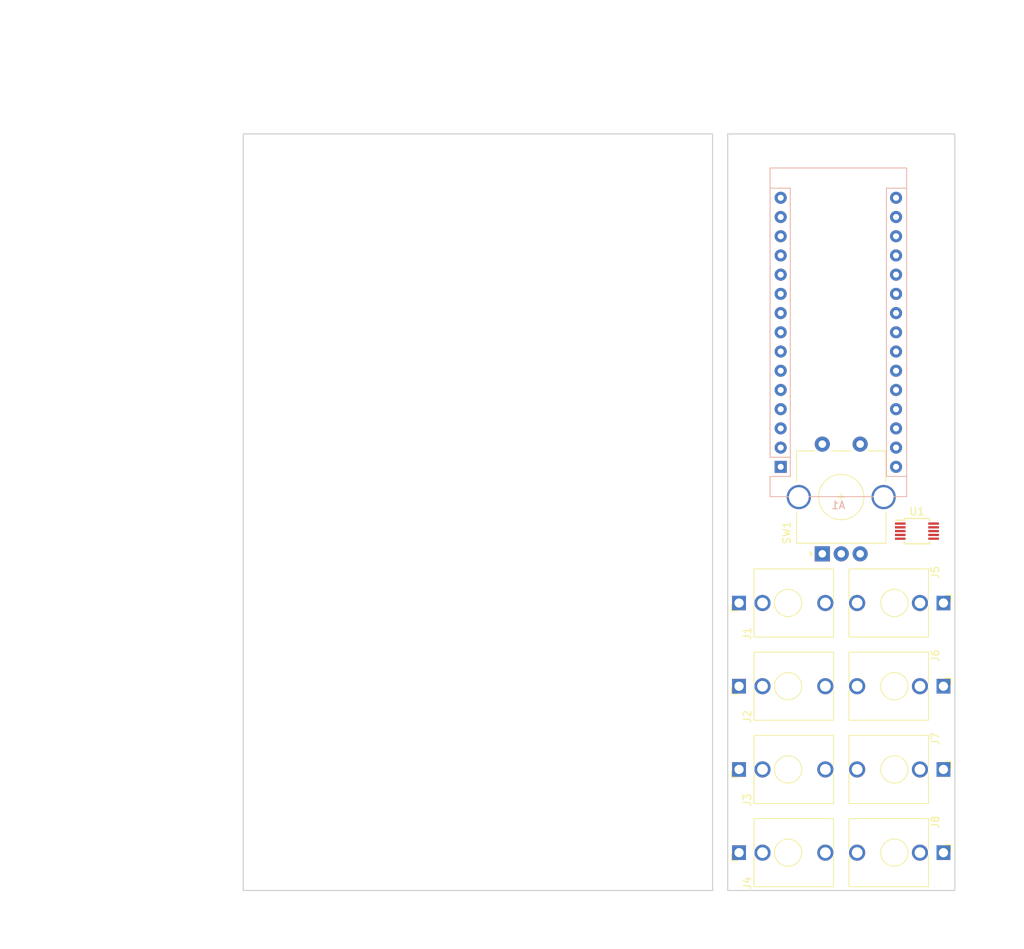
<source format=kicad_pcb>
(kicad_pcb (version 20171130) (host pcbnew 5.1.2)

  (general
    (thickness 1.6)
    (drawings 37)
    (tracks 0)
    (zones 0)
    (modules 11)
    (nets 70)
  )

  (page A4)
  (layers
    (0 F.Cu signal)
    (31 B.Cu signal)
    (32 B.Adhes user)
    (33 F.Adhes user)
    (34 B.Paste user)
    (35 F.Paste user)
    (36 B.SilkS user)
    (37 F.SilkS user)
    (38 B.Mask user)
    (39 F.Mask user)
    (40 Dwgs.User user)
    (41 Cmts.User user)
    (42 Eco1.User user)
    (43 Eco2.User user)
    (44 Edge.Cuts user)
    (45 Margin user)
    (46 B.CrtYd user)
    (47 F.CrtYd user)
    (48 B.Fab user)
    (49 F.Fab user)
  )

  (setup
    (last_trace_width 0.25)
    (trace_clearance 0.2)
    (zone_clearance 0.508)
    (zone_45_only no)
    (trace_min 0.2)
    (via_size 0.8)
    (via_drill 0.4)
    (via_min_size 0.4)
    (via_min_drill 0.3)
    (uvia_size 0.3)
    (uvia_drill 0.1)
    (uvias_allowed no)
    (uvia_min_size 0.2)
    (uvia_min_drill 0.1)
    (edge_width 0.15)
    (segment_width 0.2)
    (pcb_text_width 0.3)
    (pcb_text_size 1.5 1.5)
    (mod_edge_width 0.15)
    (mod_text_size 1 1)
    (mod_text_width 0.15)
    (pad_size 1.524 1.524)
    (pad_drill 0.762)
    (pad_to_mask_clearance 0.051)
    (solder_mask_min_width 0.25)
    (aux_axis_origin 0 0)
    (visible_elements FFFFFF7F)
    (pcbplotparams
      (layerselection 0x010fc_ffffffff)
      (usegerberextensions false)
      (usegerberattributes false)
      (usegerberadvancedattributes false)
      (creategerberjobfile false)
      (excludeedgelayer true)
      (linewidth 0.100000)
      (plotframeref false)
      (viasonmask false)
      (mode 1)
      (useauxorigin false)
      (hpglpennumber 1)
      (hpglpenspeed 20)
      (hpglpendiameter 15.000000)
      (psnegative false)
      (psa4output false)
      (plotreference true)
      (plotvalue true)
      (plotinvisibletext false)
      (padsonsilk false)
      (subtractmaskfromsilk false)
      (outputformat 1)
      (mirror false)
      (drillshape 1)
      (scaleselection 1)
      (outputdirectory ""))
  )

  (net 0 "")
  (net 1 "Net-(SW1-PadS1)")
  (net 2 "Net-(SW1-PadS2)")
  (net 3 "Net-(SW1-PadB)")
  (net 4 "Net-(SW1-PadC)")
  (net 5 "Net-(SW1-PadA)")
  (net 6 "Net-(J1-PadTN)")
  (net 7 "Net-(J1-PadS)")
  (net 8 "Net-(J1-PadT)")
  (net 9 "Net-(J2-PadT)")
  (net 10 "Net-(J2-PadS)")
  (net 11 "Net-(J2-PadTN)")
  (net 12 "Net-(J3-PadTN)")
  (net 13 "Net-(J3-PadS)")
  (net 14 "Net-(J3-PadT)")
  (net 15 "Net-(J4-PadT)")
  (net 16 "Net-(J4-PadS)")
  (net 17 "Net-(J4-PadTN)")
  (net 18 "Net-(J5-PadTN)")
  (net 19 "Net-(J5-PadS)")
  (net 20 "Net-(J5-PadT)")
  (net 21 "Net-(J6-PadT)")
  (net 22 "Net-(J6-PadS)")
  (net 23 "Net-(J6-PadTN)")
  (net 24 "Net-(J7-PadTN)")
  (net 25 "Net-(J7-PadS)")
  (net 26 "Net-(J7-PadT)")
  (net 27 "Net-(J8-PadT)")
  (net 28 "Net-(J8-PadS)")
  (net 29 "Net-(J8-PadTN)")
  (net 30 "Net-(A1-Pad1)")
  (net 31 "Net-(A1-Pad17)")
  (net 32 "Net-(A1-Pad2)")
  (net 33 "Net-(A1-Pad18)")
  (net 34 "Net-(A1-Pad3)")
  (net 35 "Net-(A1-Pad19)")
  (net 36 "Net-(A1-Pad4)")
  (net 37 "Net-(A1-Pad20)")
  (net 38 "Net-(A1-Pad5)")
  (net 39 "Net-(A1-Pad21)")
  (net 40 "Net-(A1-Pad6)")
  (net 41 "Net-(A1-Pad22)")
  (net 42 "Net-(A1-Pad7)")
  (net 43 "Net-(A1-Pad23)")
  (net 44 "Net-(A1-Pad8)")
  (net 45 "Net-(A1-Pad24)")
  (net 46 "Net-(A1-Pad9)")
  (net 47 "Net-(A1-Pad25)")
  (net 48 "Net-(A1-Pad10)")
  (net 49 "Net-(A1-Pad26)")
  (net 50 "Net-(A1-Pad11)")
  (net 51 "Net-(A1-Pad27)")
  (net 52 "Net-(A1-Pad12)")
  (net 53 "Net-(A1-Pad28)")
  (net 54 "Net-(A1-Pad13)")
  (net 55 "Net-(A1-Pad29)")
  (net 56 "Net-(A1-Pad14)")
  (net 57 "Net-(A1-Pad30)")
  (net 58 "Net-(A1-Pad15)")
  (net 59 "Net-(A1-Pad16)")
  (net 60 "Net-(U1-Pad1)")
  (net 61 "Net-(U1-Pad2)")
  (net 62 "Net-(U1-Pad3)")
  (net 63 "Net-(U1-Pad4)")
  (net 64 "Net-(U1-Pad5)")
  (net 65 "Net-(U1-Pad6)")
  (net 66 "Net-(U1-Pad7)")
  (net 67 "Net-(U1-Pad8)")
  (net 68 "Net-(U1-Pad9)")
  (net 69 "Net-(U1-Pad10)")

  (net_class Default "Dies ist die voreingestellte Netzklasse."
    (clearance 0.2)
    (trace_width 0.25)
    (via_dia 0.8)
    (via_drill 0.4)
    (uvia_dia 0.3)
    (uvia_drill 0.1)
    (add_net "Net-(A1-Pad1)")
    (add_net "Net-(A1-Pad10)")
    (add_net "Net-(A1-Pad11)")
    (add_net "Net-(A1-Pad12)")
    (add_net "Net-(A1-Pad13)")
    (add_net "Net-(A1-Pad14)")
    (add_net "Net-(A1-Pad15)")
    (add_net "Net-(A1-Pad16)")
    (add_net "Net-(A1-Pad17)")
    (add_net "Net-(A1-Pad18)")
    (add_net "Net-(A1-Pad19)")
    (add_net "Net-(A1-Pad2)")
    (add_net "Net-(A1-Pad20)")
    (add_net "Net-(A1-Pad21)")
    (add_net "Net-(A1-Pad22)")
    (add_net "Net-(A1-Pad23)")
    (add_net "Net-(A1-Pad24)")
    (add_net "Net-(A1-Pad25)")
    (add_net "Net-(A1-Pad26)")
    (add_net "Net-(A1-Pad27)")
    (add_net "Net-(A1-Pad28)")
    (add_net "Net-(A1-Pad29)")
    (add_net "Net-(A1-Pad3)")
    (add_net "Net-(A1-Pad30)")
    (add_net "Net-(A1-Pad4)")
    (add_net "Net-(A1-Pad5)")
    (add_net "Net-(A1-Pad6)")
    (add_net "Net-(A1-Pad7)")
    (add_net "Net-(A1-Pad8)")
    (add_net "Net-(A1-Pad9)")
    (add_net "Net-(J1-PadS)")
    (add_net "Net-(J1-PadT)")
    (add_net "Net-(J1-PadTN)")
    (add_net "Net-(J2-PadS)")
    (add_net "Net-(J2-PadT)")
    (add_net "Net-(J2-PadTN)")
    (add_net "Net-(J3-PadS)")
    (add_net "Net-(J3-PadT)")
    (add_net "Net-(J3-PadTN)")
    (add_net "Net-(J4-PadS)")
    (add_net "Net-(J4-PadT)")
    (add_net "Net-(J4-PadTN)")
    (add_net "Net-(J5-PadS)")
    (add_net "Net-(J5-PadT)")
    (add_net "Net-(J5-PadTN)")
    (add_net "Net-(J6-PadS)")
    (add_net "Net-(J6-PadT)")
    (add_net "Net-(J6-PadTN)")
    (add_net "Net-(J7-PadS)")
    (add_net "Net-(J7-PadT)")
    (add_net "Net-(J7-PadTN)")
    (add_net "Net-(J8-PadS)")
    (add_net "Net-(J8-PadT)")
    (add_net "Net-(J8-PadTN)")
    (add_net "Net-(SW1-PadA)")
    (add_net "Net-(SW1-PadB)")
    (add_net "Net-(SW1-PadC)")
    (add_net "Net-(SW1-PadS1)")
    (add_net "Net-(SW1-PadS2)")
    (add_net "Net-(U1-Pad1)")
    (add_net "Net-(U1-Pad10)")
    (add_net "Net-(U1-Pad2)")
    (add_net "Net-(U1-Pad3)")
    (add_net "Net-(U1-Pad4)")
    (add_net "Net-(U1-Pad5)")
    (add_net "Net-(U1-Pad6)")
    (add_net "Net-(U1-Pad7)")
    (add_net "Net-(U1-Pad8)")
    (add_net "Net-(U1-Pad9)")
  )

  (module Package_SO:MSOP-10_3x3mm_P0.5mm (layer F.Cu) (tedit 5A02F25C) (tstamp 5CEEE702)
    (at 178 81)
    (descr "10-Lead Plastic Micro Small Outline Package (MS) [MSOP] (see Microchip Packaging Specification 00000049BS.pdf)")
    (tags "SSOP 0.5")
    (path /5CCC9AB8)
    (attr smd)
    (fp_text reference U1 (at 0 -2.6) (layer F.SilkS)
      (effects (font (size 1 1) (thickness 0.15)))
    )
    (fp_text value MCP4728 (at 0 2.6) (layer F.Fab)
      (effects (font (size 1 1) (thickness 0.15)))
    )
    (fp_line (start -0.5 -1.5) (end 1.5 -1.5) (layer F.Fab) (width 0.15))
    (fp_line (start 1.5 -1.5) (end 1.5 1.5) (layer F.Fab) (width 0.15))
    (fp_line (start 1.5 1.5) (end -1.5 1.5) (layer F.Fab) (width 0.15))
    (fp_line (start -1.5 1.5) (end -1.5 -0.5) (layer F.Fab) (width 0.15))
    (fp_line (start -1.5 -0.5) (end -0.5 -1.5) (layer F.Fab) (width 0.15))
    (fp_line (start -3.15 -1.85) (end -3.15 1.85) (layer F.CrtYd) (width 0.05))
    (fp_line (start 3.15 -1.85) (end 3.15 1.85) (layer F.CrtYd) (width 0.05))
    (fp_line (start -3.15 -1.85) (end 3.15 -1.85) (layer F.CrtYd) (width 0.05))
    (fp_line (start -3.15 1.85) (end 3.15 1.85) (layer F.CrtYd) (width 0.05))
    (fp_line (start -1.675 -1.675) (end -1.675 -1.45) (layer F.SilkS) (width 0.15))
    (fp_line (start 1.675 -1.675) (end 1.675 -1.375) (layer F.SilkS) (width 0.15))
    (fp_line (start 1.675 1.675) (end 1.675 1.375) (layer F.SilkS) (width 0.15))
    (fp_line (start -1.675 1.675) (end -1.675 1.375) (layer F.SilkS) (width 0.15))
    (fp_line (start -1.675 -1.675) (end 1.675 -1.675) (layer F.SilkS) (width 0.15))
    (fp_line (start -1.675 1.675) (end 1.675 1.675) (layer F.SilkS) (width 0.15))
    (fp_line (start -1.675 -1.45) (end -2.9 -1.45) (layer F.SilkS) (width 0.15))
    (fp_text user %R (at 0 0) (layer F.Fab)
      (effects (font (size 0.6 0.6) (thickness 0.15)))
    )
    (pad 1 smd rect (at -2.2 -1) (size 1.4 0.3) (layers F.Cu F.Paste F.Mask)
      (net 60 "Net-(U1-Pad1)"))
    (pad 2 smd rect (at -2.2 -0.5) (size 1.4 0.3) (layers F.Cu F.Paste F.Mask)
      (net 61 "Net-(U1-Pad2)"))
    (pad 3 smd rect (at -2.2 0) (size 1.4 0.3) (layers F.Cu F.Paste F.Mask)
      (net 62 "Net-(U1-Pad3)"))
    (pad 4 smd rect (at -2.2 0.5) (size 1.4 0.3) (layers F.Cu F.Paste F.Mask)
      (net 63 "Net-(U1-Pad4)"))
    (pad 5 smd rect (at -2.2 1) (size 1.4 0.3) (layers F.Cu F.Paste F.Mask)
      (net 64 "Net-(U1-Pad5)"))
    (pad 6 smd rect (at 2.2 1) (size 1.4 0.3) (layers F.Cu F.Paste F.Mask)
      (net 65 "Net-(U1-Pad6)"))
    (pad 7 smd rect (at 2.2 0.5) (size 1.4 0.3) (layers F.Cu F.Paste F.Mask)
      (net 66 "Net-(U1-Pad7)"))
    (pad 8 smd rect (at 2.2 0) (size 1.4 0.3) (layers F.Cu F.Paste F.Mask)
      (net 67 "Net-(U1-Pad8)"))
    (pad 9 smd rect (at 2.2 -0.5) (size 1.4 0.3) (layers F.Cu F.Paste F.Mask)
      (net 68 "Net-(U1-Pad9)"))
    (pad 10 smd rect (at 2.2 -1) (size 1.4 0.3) (layers F.Cu F.Paste F.Mask)
      (net 69 "Net-(U1-Pad10)"))
    (model ${KISYS3DMOD}/Package_SO.3dshapes/MSOP-10_3x3mm_P0.5mm.wrl
      (at (xyz 0 0 0))
      (scale (xyz 1 1 1))
      (rotate (xyz 0 0 0))
    )
  )

  (module Module:Arduino_Nano (layer B.Cu) (tedit 58ACAF70) (tstamp 5CEEDE77)
    (at 160 72.5)
    (descr "Arduino Nano, http://www.mouser.com/pdfdocs/Gravitech_Arduino_Nano3_0.pdf")
    (tags "Arduino Nano")
    (path /5CCC997D)
    (fp_text reference A1 (at 7.62 5.08) (layer B.SilkS)
      (effects (font (size 1 1) (thickness 0.15)) (justify mirror))
    )
    (fp_text value Arduino_Nano_v3.x (at 8.89 -19.05 90) (layer B.Fab)
      (effects (font (size 1 1) (thickness 0.15)) (justify mirror))
    )
    (fp_text user %R (at 6.35 -19.05 90) (layer B.Fab)
      (effects (font (size 1 1) (thickness 0.15)) (justify mirror))
    )
    (fp_line (start 1.27 -1.27) (end 1.27 1.27) (layer B.SilkS) (width 0.12))
    (fp_line (start 1.27 1.27) (end -1.4 1.27) (layer B.SilkS) (width 0.12))
    (fp_line (start -1.4 -1.27) (end -1.4 -39.5) (layer B.SilkS) (width 0.12))
    (fp_line (start -1.4 3.94) (end -1.4 1.27) (layer B.SilkS) (width 0.12))
    (fp_line (start 13.97 1.27) (end 16.64 1.27) (layer B.SilkS) (width 0.12))
    (fp_line (start 13.97 1.27) (end 13.97 -36.83) (layer B.SilkS) (width 0.12))
    (fp_line (start 13.97 -36.83) (end 16.64 -36.83) (layer B.SilkS) (width 0.12))
    (fp_line (start 1.27 -1.27) (end -1.4 -1.27) (layer B.SilkS) (width 0.12))
    (fp_line (start 1.27 -1.27) (end 1.27 -36.83) (layer B.SilkS) (width 0.12))
    (fp_line (start 1.27 -36.83) (end -1.4 -36.83) (layer B.SilkS) (width 0.12))
    (fp_line (start 3.81 -31.75) (end 11.43 -31.75) (layer B.Fab) (width 0.1))
    (fp_line (start 11.43 -31.75) (end 11.43 -41.91) (layer B.Fab) (width 0.1))
    (fp_line (start 11.43 -41.91) (end 3.81 -41.91) (layer B.Fab) (width 0.1))
    (fp_line (start 3.81 -41.91) (end 3.81 -31.75) (layer B.Fab) (width 0.1))
    (fp_line (start -1.4 -39.5) (end 16.64 -39.5) (layer B.SilkS) (width 0.12))
    (fp_line (start 16.64 -39.5) (end 16.64 3.94) (layer B.SilkS) (width 0.12))
    (fp_line (start 16.64 3.94) (end -1.4 3.94) (layer B.SilkS) (width 0.12))
    (fp_line (start 16.51 -39.37) (end -1.27 -39.37) (layer B.Fab) (width 0.1))
    (fp_line (start -1.27 -39.37) (end -1.27 2.54) (layer B.Fab) (width 0.1))
    (fp_line (start -1.27 2.54) (end 0 3.81) (layer B.Fab) (width 0.1))
    (fp_line (start 0 3.81) (end 16.51 3.81) (layer B.Fab) (width 0.1))
    (fp_line (start 16.51 3.81) (end 16.51 -39.37) (layer B.Fab) (width 0.1))
    (fp_line (start -1.53 4.06) (end 16.75 4.06) (layer B.CrtYd) (width 0.05))
    (fp_line (start -1.53 4.06) (end -1.53 -42.16) (layer B.CrtYd) (width 0.05))
    (fp_line (start 16.75 -42.16) (end 16.75 4.06) (layer B.CrtYd) (width 0.05))
    (fp_line (start 16.75 -42.16) (end -1.53 -42.16) (layer B.CrtYd) (width 0.05))
    (pad 1 thru_hole rect (at 0 0) (size 1.6 1.6) (drill 0.8) (layers *.Cu *.Mask)
      (net 30 "Net-(A1-Pad1)"))
    (pad 17 thru_hole oval (at 15.24 -33.02) (size 1.6 1.6) (drill 0.8) (layers *.Cu *.Mask)
      (net 31 "Net-(A1-Pad17)"))
    (pad 2 thru_hole oval (at 0 -2.54) (size 1.6 1.6) (drill 0.8) (layers *.Cu *.Mask)
      (net 32 "Net-(A1-Pad2)"))
    (pad 18 thru_hole oval (at 15.24 -30.48) (size 1.6 1.6) (drill 0.8) (layers *.Cu *.Mask)
      (net 33 "Net-(A1-Pad18)"))
    (pad 3 thru_hole oval (at 0 -5.08) (size 1.6 1.6) (drill 0.8) (layers *.Cu *.Mask)
      (net 34 "Net-(A1-Pad3)"))
    (pad 19 thru_hole oval (at 15.24 -27.94) (size 1.6 1.6) (drill 0.8) (layers *.Cu *.Mask)
      (net 35 "Net-(A1-Pad19)"))
    (pad 4 thru_hole oval (at 0 -7.62) (size 1.6 1.6) (drill 0.8) (layers *.Cu *.Mask)
      (net 36 "Net-(A1-Pad4)"))
    (pad 20 thru_hole oval (at 15.24 -25.4) (size 1.6 1.6) (drill 0.8) (layers *.Cu *.Mask)
      (net 37 "Net-(A1-Pad20)"))
    (pad 5 thru_hole oval (at 0 -10.16) (size 1.6 1.6) (drill 0.8) (layers *.Cu *.Mask)
      (net 38 "Net-(A1-Pad5)"))
    (pad 21 thru_hole oval (at 15.24 -22.86) (size 1.6 1.6) (drill 0.8) (layers *.Cu *.Mask)
      (net 39 "Net-(A1-Pad21)"))
    (pad 6 thru_hole oval (at 0 -12.7) (size 1.6 1.6) (drill 0.8) (layers *.Cu *.Mask)
      (net 40 "Net-(A1-Pad6)"))
    (pad 22 thru_hole oval (at 15.24 -20.32) (size 1.6 1.6) (drill 0.8) (layers *.Cu *.Mask)
      (net 41 "Net-(A1-Pad22)"))
    (pad 7 thru_hole oval (at 0 -15.24) (size 1.6 1.6) (drill 0.8) (layers *.Cu *.Mask)
      (net 42 "Net-(A1-Pad7)"))
    (pad 23 thru_hole oval (at 15.24 -17.78) (size 1.6 1.6) (drill 0.8) (layers *.Cu *.Mask)
      (net 43 "Net-(A1-Pad23)"))
    (pad 8 thru_hole oval (at 0 -17.78) (size 1.6 1.6) (drill 0.8) (layers *.Cu *.Mask)
      (net 44 "Net-(A1-Pad8)"))
    (pad 24 thru_hole oval (at 15.24 -15.24) (size 1.6 1.6) (drill 0.8) (layers *.Cu *.Mask)
      (net 45 "Net-(A1-Pad24)"))
    (pad 9 thru_hole oval (at 0 -20.32) (size 1.6 1.6) (drill 0.8) (layers *.Cu *.Mask)
      (net 46 "Net-(A1-Pad9)"))
    (pad 25 thru_hole oval (at 15.24 -12.7) (size 1.6 1.6) (drill 0.8) (layers *.Cu *.Mask)
      (net 47 "Net-(A1-Pad25)"))
    (pad 10 thru_hole oval (at 0 -22.86) (size 1.6 1.6) (drill 0.8) (layers *.Cu *.Mask)
      (net 48 "Net-(A1-Pad10)"))
    (pad 26 thru_hole oval (at 15.24 -10.16) (size 1.6 1.6) (drill 0.8) (layers *.Cu *.Mask)
      (net 49 "Net-(A1-Pad26)"))
    (pad 11 thru_hole oval (at 0 -25.4) (size 1.6 1.6) (drill 0.8) (layers *.Cu *.Mask)
      (net 50 "Net-(A1-Pad11)"))
    (pad 27 thru_hole oval (at 15.24 -7.62) (size 1.6 1.6) (drill 0.8) (layers *.Cu *.Mask)
      (net 51 "Net-(A1-Pad27)"))
    (pad 12 thru_hole oval (at 0 -27.94) (size 1.6 1.6) (drill 0.8) (layers *.Cu *.Mask)
      (net 52 "Net-(A1-Pad12)"))
    (pad 28 thru_hole oval (at 15.24 -5.08) (size 1.6 1.6) (drill 0.8) (layers *.Cu *.Mask)
      (net 53 "Net-(A1-Pad28)"))
    (pad 13 thru_hole oval (at 0 -30.48) (size 1.6 1.6) (drill 0.8) (layers *.Cu *.Mask)
      (net 54 "Net-(A1-Pad13)"))
    (pad 29 thru_hole oval (at 15.24 -2.54) (size 1.6 1.6) (drill 0.8) (layers *.Cu *.Mask)
      (net 55 "Net-(A1-Pad29)"))
    (pad 14 thru_hole oval (at 0 -33.02) (size 1.6 1.6) (drill 0.8) (layers *.Cu *.Mask)
      (net 56 "Net-(A1-Pad14)"))
    (pad 30 thru_hole oval (at 15.24 0) (size 1.6 1.6) (drill 0.8) (layers *.Cu *.Mask)
      (net 57 "Net-(A1-Pad30)"))
    (pad 15 thru_hole oval (at 0 -35.56) (size 1.6 1.6) (drill 0.8) (layers *.Cu *.Mask)
      (net 58 "Net-(A1-Pad15)"))
    (pad 16 thru_hole oval (at 15.24 -35.56) (size 1.6 1.6) (drill 0.8) (layers *.Cu *.Mask)
      (net 59 "Net-(A1-Pad16)"))
    (model ${KISYS3DMOD}/Module.3dshapes/Arduino_Nano_WithMountingHoles.wrl
      (at (xyz 0 0 0))
      (scale (xyz 1 1 1))
      (rotate (xyz 0 0 0))
    )
  )

  (module Connector_Audio:Jack_3.5mm_QingPu_WQP-PJ398SM_Vertical_CircularHoles (layer F.Cu) (tedit 5C2B6BB2) (tstamp 5CE35C0F)
    (at 181.5 123.5 270)
    (descr "TRS 3.5mm, vertical, Thonkiconn, PCB mount, (http://www.qingpu-electronics.com/en/products/WQP-PJ398SM-362.html)")
    (tags "WQP-PJ398SM WQP-PJ301M-12 TRS 3.5mm mono vertical jack thonkiconn qingpu")
    (path /5CCC9676)
    (fp_text reference J8 (at -4.03 1.08 90) (layer F.SilkS)
      (effects (font (size 1 1) (thickness 0.15)))
    )
    (fp_text value out4 (at 0 5 90) (layer F.Fab)
      (effects (font (size 1 1) (thickness 0.15)))
    )
    (fp_line (start 0 0) (end 0 2.03) (layer F.Fab) (width 0.1))
    (fp_circle (center 0 6.48) (end 1.8 6.48) (layer F.Fab) (width 0.1))
    (fp_line (start 4.5 2.03) (end -4.5 2.03) (layer F.Fab) (width 0.1))
    (fp_line (start 5 -1.42) (end -5 -1.42) (layer F.CrtYd) (width 0.05))
    (fp_line (start 5 12.98) (end -5 12.98) (layer F.CrtYd) (width 0.05))
    (fp_line (start 5 12.98) (end 5 -1.42) (layer F.CrtYd) (width 0.05))
    (fp_line (start 4.5 12.48) (end -4.5 12.48) (layer F.Fab) (width 0.1))
    (fp_line (start 4.5 12.48) (end 4.5 2.08) (layer F.Fab) (width 0.1))
    (fp_line (start -1.06 -1) (end -0.2 -1) (layer F.SilkS) (width 0.12))
    (fp_line (start -1.06 -1) (end -1.06 -0.2) (layer F.SilkS) (width 0.12))
    (fp_circle (center 0 6.48) (end 1.8 6.48) (layer F.SilkS) (width 0.12))
    (fp_line (start -0.35 1.98) (end -4.5 1.98) (layer F.SilkS) (width 0.12))
    (fp_line (start 4.5 1.98) (end 0.35 1.98) (layer F.SilkS) (width 0.12))
    (fp_line (start -0.5 12.48) (end -4.5 12.48) (layer F.SilkS) (width 0.12))
    (fp_line (start 4.5 12.48) (end 0.5 12.48) (layer F.SilkS) (width 0.12))
    (fp_line (start -1.41 6.02) (end -0.46 5.07) (layer Dwgs.User) (width 0.12))
    (fp_line (start -1.42 6.875) (end 0.4 5.06) (layer Dwgs.User) (width 0.12))
    (fp_line (start -1.07 7.49) (end 1.01 5.41) (layer Dwgs.User) (width 0.12))
    (fp_line (start -0.58 7.83) (end 1.36 5.89) (layer Dwgs.User) (width 0.12))
    (fp_line (start 0.09 7.96) (end 1.48 6.57) (layer Dwgs.User) (width 0.12))
    (fp_circle (center 0 6.48) (end 1.5 6.48) (layer Dwgs.User) (width 0.12))
    (fp_line (start 4.5 1.98) (end 4.5 12.48) (layer F.SilkS) (width 0.12))
    (fp_line (start -4.5 1.98) (end -4.5 12.48) (layer F.SilkS) (width 0.12))
    (fp_text user %R (at 0 8 90) (layer F.Fab)
      (effects (font (size 1 1) (thickness 0.15)))
    )
    (fp_line (start -4.5 12.48) (end -4.5 2.08) (layer F.Fab) (width 0.1))
    (fp_line (start -5 12.98) (end -5 -1.42) (layer F.CrtYd) (width 0.05))
    (fp_text user KEEPOUT (at 0 6.48 270) (layer Cmts.User)
      (effects (font (size 0.4 0.4) (thickness 0.051)))
    )
    (pad T thru_hole circle (at 0 11.4 90) (size 2.13 2.13) (drill 1.43) (layers *.Cu *.Mask)
      (net 27 "Net-(J8-PadT)"))
    (pad S thru_hole rect (at 0 0 90) (size 1.93 1.83) (drill 1.22) (layers *.Cu *.Mask)
      (net 28 "Net-(J8-PadS)"))
    (pad TN thru_hole circle (at 0 3.1 90) (size 2.13 2.13) (drill 1.42) (layers *.Cu *.Mask)
      (net 29 "Net-(J8-PadTN)"))
    (model ${KISYS3DMOD}/Connector_Audio.3dshapes/Jack_3.5mm_QingPu_WQP-PJ398SM_Vertical.wrl
      (at (xyz 0 0 0))
      (scale (xyz 1 1 1))
      (rotate (xyz 0 0 0))
    )
  )

  (module Connector_Audio:Jack_3.5mm_QingPu_WQP-PJ398SM_Vertical_CircularHoles (layer F.Cu) (tedit 5C2B6BB2) (tstamp 5CE35BED)
    (at 181.5 112.5 270)
    (descr "TRS 3.5mm, vertical, Thonkiconn, PCB mount, (http://www.qingpu-electronics.com/en/products/WQP-PJ398SM-362.html)")
    (tags "WQP-PJ398SM WQP-PJ301M-12 TRS 3.5mm mono vertical jack thonkiconn qingpu")
    (path /5CCC960B)
    (fp_text reference J7 (at -4.03 1.08 90) (layer F.SilkS)
      (effects (font (size 1 1) (thickness 0.15)))
    )
    (fp_text value out3 (at 0 5 90) (layer F.Fab)
      (effects (font (size 1 1) (thickness 0.15)))
    )
    (fp_text user KEEPOUT (at 0 6.48 270) (layer Cmts.User)
      (effects (font (size 0.4 0.4) (thickness 0.051)))
    )
    (fp_line (start -5 12.98) (end -5 -1.42) (layer F.CrtYd) (width 0.05))
    (fp_line (start -4.5 12.48) (end -4.5 2.08) (layer F.Fab) (width 0.1))
    (fp_text user %R (at 0 8 90) (layer F.Fab)
      (effects (font (size 1 1) (thickness 0.15)))
    )
    (fp_line (start -4.5 1.98) (end -4.5 12.48) (layer F.SilkS) (width 0.12))
    (fp_line (start 4.5 1.98) (end 4.5 12.48) (layer F.SilkS) (width 0.12))
    (fp_circle (center 0 6.48) (end 1.5 6.48) (layer Dwgs.User) (width 0.12))
    (fp_line (start 0.09 7.96) (end 1.48 6.57) (layer Dwgs.User) (width 0.12))
    (fp_line (start -0.58 7.83) (end 1.36 5.89) (layer Dwgs.User) (width 0.12))
    (fp_line (start -1.07 7.49) (end 1.01 5.41) (layer Dwgs.User) (width 0.12))
    (fp_line (start -1.42 6.875) (end 0.4 5.06) (layer Dwgs.User) (width 0.12))
    (fp_line (start -1.41 6.02) (end -0.46 5.07) (layer Dwgs.User) (width 0.12))
    (fp_line (start 4.5 12.48) (end 0.5 12.48) (layer F.SilkS) (width 0.12))
    (fp_line (start -0.5 12.48) (end -4.5 12.48) (layer F.SilkS) (width 0.12))
    (fp_line (start 4.5 1.98) (end 0.35 1.98) (layer F.SilkS) (width 0.12))
    (fp_line (start -0.35 1.98) (end -4.5 1.98) (layer F.SilkS) (width 0.12))
    (fp_circle (center 0 6.48) (end 1.8 6.48) (layer F.SilkS) (width 0.12))
    (fp_line (start -1.06 -1) (end -1.06 -0.2) (layer F.SilkS) (width 0.12))
    (fp_line (start -1.06 -1) (end -0.2 -1) (layer F.SilkS) (width 0.12))
    (fp_line (start 4.5 12.48) (end 4.5 2.08) (layer F.Fab) (width 0.1))
    (fp_line (start 4.5 12.48) (end -4.5 12.48) (layer F.Fab) (width 0.1))
    (fp_line (start 5 12.98) (end 5 -1.42) (layer F.CrtYd) (width 0.05))
    (fp_line (start 5 12.98) (end -5 12.98) (layer F.CrtYd) (width 0.05))
    (fp_line (start 5 -1.42) (end -5 -1.42) (layer F.CrtYd) (width 0.05))
    (fp_line (start 4.5 2.03) (end -4.5 2.03) (layer F.Fab) (width 0.1))
    (fp_circle (center 0 6.48) (end 1.8 6.48) (layer F.Fab) (width 0.1))
    (fp_line (start 0 0) (end 0 2.03) (layer F.Fab) (width 0.1))
    (pad TN thru_hole circle (at 0 3.1 90) (size 2.13 2.13) (drill 1.42) (layers *.Cu *.Mask)
      (net 24 "Net-(J7-PadTN)"))
    (pad S thru_hole rect (at 0 0 90) (size 1.93 1.83) (drill 1.22) (layers *.Cu *.Mask)
      (net 25 "Net-(J7-PadS)"))
    (pad T thru_hole circle (at 0 11.4 90) (size 2.13 2.13) (drill 1.43) (layers *.Cu *.Mask)
      (net 26 "Net-(J7-PadT)"))
    (model ${KISYS3DMOD}/Connector_Audio.3dshapes/Jack_3.5mm_QingPu_WQP-PJ398SM_Vertical.wrl
      (at (xyz 0 0 0))
      (scale (xyz 1 1 1))
      (rotate (xyz 0 0 0))
    )
  )

  (module Connector_Audio:Jack_3.5mm_QingPu_WQP-PJ398SM_Vertical_CircularHoles (layer F.Cu) (tedit 5C2B6BB2) (tstamp 5CE35BCB)
    (at 181.5 101.5 270)
    (descr "TRS 3.5mm, vertical, Thonkiconn, PCB mount, (http://www.qingpu-electronics.com/en/products/WQP-PJ398SM-362.html)")
    (tags "WQP-PJ398SM WQP-PJ301M-12 TRS 3.5mm mono vertical jack thonkiconn qingpu")
    (path /5CCC95A7)
    (fp_text reference J6 (at -4.03 1.08 90) (layer F.SilkS)
      (effects (font (size 1 1) (thickness 0.15)))
    )
    (fp_text value out2 (at 0 5 90) (layer F.Fab)
      (effects (font (size 1 1) (thickness 0.15)))
    )
    (fp_line (start 0 0) (end 0 2.03) (layer F.Fab) (width 0.1))
    (fp_circle (center 0 6.48) (end 1.8 6.48) (layer F.Fab) (width 0.1))
    (fp_line (start 4.5 2.03) (end -4.5 2.03) (layer F.Fab) (width 0.1))
    (fp_line (start 5 -1.42) (end -5 -1.42) (layer F.CrtYd) (width 0.05))
    (fp_line (start 5 12.98) (end -5 12.98) (layer F.CrtYd) (width 0.05))
    (fp_line (start 5 12.98) (end 5 -1.42) (layer F.CrtYd) (width 0.05))
    (fp_line (start 4.5 12.48) (end -4.5 12.48) (layer F.Fab) (width 0.1))
    (fp_line (start 4.5 12.48) (end 4.5 2.08) (layer F.Fab) (width 0.1))
    (fp_line (start -1.06 -1) (end -0.2 -1) (layer F.SilkS) (width 0.12))
    (fp_line (start -1.06 -1) (end -1.06 -0.2) (layer F.SilkS) (width 0.12))
    (fp_circle (center 0 6.48) (end 1.8 6.48) (layer F.SilkS) (width 0.12))
    (fp_line (start -0.35 1.98) (end -4.5 1.98) (layer F.SilkS) (width 0.12))
    (fp_line (start 4.5 1.98) (end 0.35 1.98) (layer F.SilkS) (width 0.12))
    (fp_line (start -0.5 12.48) (end -4.5 12.48) (layer F.SilkS) (width 0.12))
    (fp_line (start 4.5 12.48) (end 0.5 12.48) (layer F.SilkS) (width 0.12))
    (fp_line (start -1.41 6.02) (end -0.46 5.07) (layer Dwgs.User) (width 0.12))
    (fp_line (start -1.42 6.875) (end 0.4 5.06) (layer Dwgs.User) (width 0.12))
    (fp_line (start -1.07 7.49) (end 1.01 5.41) (layer Dwgs.User) (width 0.12))
    (fp_line (start -0.58 7.83) (end 1.36 5.89) (layer Dwgs.User) (width 0.12))
    (fp_line (start 0.09 7.96) (end 1.48 6.57) (layer Dwgs.User) (width 0.12))
    (fp_circle (center 0 6.48) (end 1.5 6.48) (layer Dwgs.User) (width 0.12))
    (fp_line (start 4.5 1.98) (end 4.5 12.48) (layer F.SilkS) (width 0.12))
    (fp_line (start -4.5 1.98) (end -4.5 12.48) (layer F.SilkS) (width 0.12))
    (fp_text user %R (at 0 8 90) (layer F.Fab)
      (effects (font (size 1 1) (thickness 0.15)))
    )
    (fp_line (start -4.5 12.48) (end -4.5 2.08) (layer F.Fab) (width 0.1))
    (fp_line (start -5 12.98) (end -5 -1.42) (layer F.CrtYd) (width 0.05))
    (fp_text user KEEPOUT (at 0 6.48 270) (layer Cmts.User)
      (effects (font (size 0.4 0.4) (thickness 0.051)))
    )
    (pad T thru_hole circle (at 0 11.4 90) (size 2.13 2.13) (drill 1.43) (layers *.Cu *.Mask)
      (net 21 "Net-(J6-PadT)"))
    (pad S thru_hole rect (at 0 0 90) (size 1.93 1.83) (drill 1.22) (layers *.Cu *.Mask)
      (net 22 "Net-(J6-PadS)"))
    (pad TN thru_hole circle (at 0 3.1 90) (size 2.13 2.13) (drill 1.42) (layers *.Cu *.Mask)
      (net 23 "Net-(J6-PadTN)"))
    (model ${KISYS3DMOD}/Connector_Audio.3dshapes/Jack_3.5mm_QingPu_WQP-PJ398SM_Vertical.wrl
      (at (xyz 0 0 0))
      (scale (xyz 1 1 1))
      (rotate (xyz 0 0 0))
    )
  )

  (module Connector_Audio:Jack_3.5mm_QingPu_WQP-PJ398SM_Vertical_CircularHoles (layer F.Cu) (tedit 5C2B6BB2) (tstamp 5CE35BA9)
    (at 181.5 90.5 270)
    (descr "TRS 3.5mm, vertical, Thonkiconn, PCB mount, (http://www.qingpu-electronics.com/en/products/WQP-PJ398SM-362.html)")
    (tags "WQP-PJ398SM WQP-PJ301M-12 TRS 3.5mm mono vertical jack thonkiconn qingpu")
    (path /5CCC954A)
    (fp_text reference J5 (at -4.03 1.08 90) (layer F.SilkS)
      (effects (font (size 1 1) (thickness 0.15)))
    )
    (fp_text value out1 (at 0 5 90) (layer F.Fab)
      (effects (font (size 1 1) (thickness 0.15)))
    )
    (fp_text user KEEPOUT (at 0 6.48 270) (layer Cmts.User)
      (effects (font (size 0.4 0.4) (thickness 0.051)))
    )
    (fp_line (start -5 12.98) (end -5 -1.42) (layer F.CrtYd) (width 0.05))
    (fp_line (start -4.5 12.48) (end -4.5 2.08) (layer F.Fab) (width 0.1))
    (fp_text user %R (at 0 8 90) (layer F.Fab)
      (effects (font (size 1 1) (thickness 0.15)))
    )
    (fp_line (start -4.5 1.98) (end -4.5 12.48) (layer F.SilkS) (width 0.12))
    (fp_line (start 4.5 1.98) (end 4.5 12.48) (layer F.SilkS) (width 0.12))
    (fp_circle (center 0 6.48) (end 1.5 6.48) (layer Dwgs.User) (width 0.12))
    (fp_line (start 0.09 7.96) (end 1.48 6.57) (layer Dwgs.User) (width 0.12))
    (fp_line (start -0.58 7.83) (end 1.36 5.89) (layer Dwgs.User) (width 0.12))
    (fp_line (start -1.07 7.49) (end 1.01 5.41) (layer Dwgs.User) (width 0.12))
    (fp_line (start -1.42 6.875) (end 0.4 5.06) (layer Dwgs.User) (width 0.12))
    (fp_line (start -1.41 6.02) (end -0.46 5.07) (layer Dwgs.User) (width 0.12))
    (fp_line (start 4.5 12.48) (end 0.5 12.48) (layer F.SilkS) (width 0.12))
    (fp_line (start -0.5 12.48) (end -4.5 12.48) (layer F.SilkS) (width 0.12))
    (fp_line (start 4.5 1.98) (end 0.35 1.98) (layer F.SilkS) (width 0.12))
    (fp_line (start -0.35 1.98) (end -4.5 1.98) (layer F.SilkS) (width 0.12))
    (fp_circle (center 0 6.48) (end 1.8 6.48) (layer F.SilkS) (width 0.12))
    (fp_line (start -1.06 -1) (end -1.06 -0.2) (layer F.SilkS) (width 0.12))
    (fp_line (start -1.06 -1) (end -0.2 -1) (layer F.SilkS) (width 0.12))
    (fp_line (start 4.5 12.48) (end 4.5 2.08) (layer F.Fab) (width 0.1))
    (fp_line (start 4.5 12.48) (end -4.5 12.48) (layer F.Fab) (width 0.1))
    (fp_line (start 5 12.98) (end 5 -1.42) (layer F.CrtYd) (width 0.05))
    (fp_line (start 5 12.98) (end -5 12.98) (layer F.CrtYd) (width 0.05))
    (fp_line (start 5 -1.42) (end -5 -1.42) (layer F.CrtYd) (width 0.05))
    (fp_line (start 4.5 2.03) (end -4.5 2.03) (layer F.Fab) (width 0.1))
    (fp_circle (center 0 6.48) (end 1.8 6.48) (layer F.Fab) (width 0.1))
    (fp_line (start 0 0) (end 0 2.03) (layer F.Fab) (width 0.1))
    (pad TN thru_hole circle (at 0 3.1 90) (size 2.13 2.13) (drill 1.42) (layers *.Cu *.Mask)
      (net 18 "Net-(J5-PadTN)"))
    (pad S thru_hole rect (at 0 0 90) (size 1.93 1.83) (drill 1.22) (layers *.Cu *.Mask)
      (net 19 "Net-(J5-PadS)"))
    (pad T thru_hole circle (at 0 11.4 90) (size 2.13 2.13) (drill 1.43) (layers *.Cu *.Mask)
      (net 20 "Net-(J5-PadT)"))
    (model ${KISYS3DMOD}/Connector_Audio.3dshapes/Jack_3.5mm_QingPu_WQP-PJ398SM_Vertical.wrl
      (at (xyz 0 0 0))
      (scale (xyz 1 1 1))
      (rotate (xyz 0 0 0))
    )
  )

  (module Connector_Audio:Jack_3.5mm_QingPu_WQP-PJ398SM_Vertical_CircularHoles (layer F.Cu) (tedit 5C2B6BB2) (tstamp 5CE35B87)
    (at 154.5 123.5 90)
    (descr "TRS 3.5mm, vertical, Thonkiconn, PCB mount, (http://www.qingpu-electronics.com/en/products/WQP-PJ398SM-362.html)")
    (tags "WQP-PJ398SM WQP-PJ301M-12 TRS 3.5mm mono vertical jack thonkiconn qingpu")
    (path /5CCC9281)
    (fp_text reference J4 (at -4.03 1.08 90) (layer F.SilkS)
      (effects (font (size 1 1) (thickness 0.15)))
    )
    (fp_text value in4 (at 0 5 90) (layer F.Fab)
      (effects (font (size 1 1) (thickness 0.15)))
    )
    (fp_line (start 0 0) (end 0 2.03) (layer F.Fab) (width 0.1))
    (fp_circle (center 0 6.48) (end 1.8 6.48) (layer F.Fab) (width 0.1))
    (fp_line (start 4.5 2.03) (end -4.5 2.03) (layer F.Fab) (width 0.1))
    (fp_line (start 5 -1.42) (end -5 -1.42) (layer F.CrtYd) (width 0.05))
    (fp_line (start 5 12.98) (end -5 12.98) (layer F.CrtYd) (width 0.05))
    (fp_line (start 5 12.98) (end 5 -1.42) (layer F.CrtYd) (width 0.05))
    (fp_line (start 4.5 12.48) (end -4.5 12.48) (layer F.Fab) (width 0.1))
    (fp_line (start 4.5 12.48) (end 4.5 2.08) (layer F.Fab) (width 0.1))
    (fp_line (start -1.06 -1) (end -0.2 -1) (layer F.SilkS) (width 0.12))
    (fp_line (start -1.06 -1) (end -1.06 -0.2) (layer F.SilkS) (width 0.12))
    (fp_circle (center 0 6.48) (end 1.8 6.48) (layer F.SilkS) (width 0.12))
    (fp_line (start -0.35 1.98) (end -4.5 1.98) (layer F.SilkS) (width 0.12))
    (fp_line (start 4.5 1.98) (end 0.35 1.98) (layer F.SilkS) (width 0.12))
    (fp_line (start -0.5 12.48) (end -4.5 12.48) (layer F.SilkS) (width 0.12))
    (fp_line (start 4.5 12.48) (end 0.5 12.48) (layer F.SilkS) (width 0.12))
    (fp_line (start -1.41 6.02) (end -0.46 5.07) (layer Dwgs.User) (width 0.12))
    (fp_line (start -1.42 6.875) (end 0.4 5.06) (layer Dwgs.User) (width 0.12))
    (fp_line (start -1.07 7.49) (end 1.01 5.41) (layer Dwgs.User) (width 0.12))
    (fp_line (start -0.58 7.83) (end 1.36 5.89) (layer Dwgs.User) (width 0.12))
    (fp_line (start 0.09 7.96) (end 1.48 6.57) (layer Dwgs.User) (width 0.12))
    (fp_circle (center 0 6.48) (end 1.5 6.48) (layer Dwgs.User) (width 0.12))
    (fp_line (start 4.5 1.98) (end 4.5 12.48) (layer F.SilkS) (width 0.12))
    (fp_line (start -4.5 1.98) (end -4.5 12.48) (layer F.SilkS) (width 0.12))
    (fp_text user %R (at 0 8 90) (layer F.Fab)
      (effects (font (size 1 1) (thickness 0.15)))
    )
    (fp_line (start -4.5 12.48) (end -4.5 2.08) (layer F.Fab) (width 0.1))
    (fp_line (start -5 12.98) (end -5 -1.42) (layer F.CrtYd) (width 0.05))
    (fp_text user KEEPOUT (at 0 6.48 270) (layer Cmts.User)
      (effects (font (size 0.4 0.4) (thickness 0.051)))
    )
    (pad T thru_hole circle (at 0 11.4 270) (size 2.13 2.13) (drill 1.43) (layers *.Cu *.Mask)
      (net 15 "Net-(J4-PadT)"))
    (pad S thru_hole rect (at 0 0 270) (size 1.93 1.83) (drill 1.22) (layers *.Cu *.Mask)
      (net 16 "Net-(J4-PadS)"))
    (pad TN thru_hole circle (at 0 3.1 270) (size 2.13 2.13) (drill 1.42) (layers *.Cu *.Mask)
      (net 17 "Net-(J4-PadTN)"))
    (model ${KISYS3DMOD}/Connector_Audio.3dshapes/Jack_3.5mm_QingPu_WQP-PJ398SM_Vertical.wrl
      (at (xyz 0 0 0))
      (scale (xyz 1 1 1))
      (rotate (xyz 0 0 0))
    )
  )

  (module Connector_Audio:Jack_3.5mm_QingPu_WQP-PJ398SM_Vertical_CircularHoles (layer F.Cu) (tedit 5C2B6BB2) (tstamp 5CE35B65)
    (at 154.5 112.5 90)
    (descr "TRS 3.5mm, vertical, Thonkiconn, PCB mount, (http://www.qingpu-electronics.com/en/products/WQP-PJ398SM-362.html)")
    (tags "WQP-PJ398SM WQP-PJ301M-12 TRS 3.5mm mono vertical jack thonkiconn qingpu")
    (path /5CCC9241)
    (fp_text reference J3 (at -4.03 1.08 90) (layer F.SilkS)
      (effects (font (size 1 1) (thickness 0.15)))
    )
    (fp_text value in3 (at 0 5 90) (layer F.Fab)
      (effects (font (size 1 1) (thickness 0.15)))
    )
    (fp_text user KEEPOUT (at 0 6.48 270) (layer Cmts.User)
      (effects (font (size 0.4 0.4) (thickness 0.051)))
    )
    (fp_line (start -5 12.98) (end -5 -1.42) (layer F.CrtYd) (width 0.05))
    (fp_line (start -4.5 12.48) (end -4.5 2.08) (layer F.Fab) (width 0.1))
    (fp_text user %R (at 0 8 90) (layer F.Fab)
      (effects (font (size 1 1) (thickness 0.15)))
    )
    (fp_line (start -4.5 1.98) (end -4.5 12.48) (layer F.SilkS) (width 0.12))
    (fp_line (start 4.5 1.98) (end 4.5 12.48) (layer F.SilkS) (width 0.12))
    (fp_circle (center 0 6.48) (end 1.5 6.48) (layer Dwgs.User) (width 0.12))
    (fp_line (start 0.09 7.96) (end 1.48 6.57) (layer Dwgs.User) (width 0.12))
    (fp_line (start -0.58 7.83) (end 1.36 5.89) (layer Dwgs.User) (width 0.12))
    (fp_line (start -1.07 7.49) (end 1.01 5.41) (layer Dwgs.User) (width 0.12))
    (fp_line (start -1.42 6.875) (end 0.4 5.06) (layer Dwgs.User) (width 0.12))
    (fp_line (start -1.41 6.02) (end -0.46 5.07) (layer Dwgs.User) (width 0.12))
    (fp_line (start 4.5 12.48) (end 0.5 12.48) (layer F.SilkS) (width 0.12))
    (fp_line (start -0.5 12.48) (end -4.5 12.48) (layer F.SilkS) (width 0.12))
    (fp_line (start 4.5 1.98) (end 0.35 1.98) (layer F.SilkS) (width 0.12))
    (fp_line (start -0.35 1.98) (end -4.5 1.98) (layer F.SilkS) (width 0.12))
    (fp_circle (center 0 6.48) (end 1.8 6.48) (layer F.SilkS) (width 0.12))
    (fp_line (start -1.06 -1) (end -1.06 -0.2) (layer F.SilkS) (width 0.12))
    (fp_line (start -1.06 -1) (end -0.2 -1) (layer F.SilkS) (width 0.12))
    (fp_line (start 4.5 12.48) (end 4.5 2.08) (layer F.Fab) (width 0.1))
    (fp_line (start 4.5 12.48) (end -4.5 12.48) (layer F.Fab) (width 0.1))
    (fp_line (start 5 12.98) (end 5 -1.42) (layer F.CrtYd) (width 0.05))
    (fp_line (start 5 12.98) (end -5 12.98) (layer F.CrtYd) (width 0.05))
    (fp_line (start 5 -1.42) (end -5 -1.42) (layer F.CrtYd) (width 0.05))
    (fp_line (start 4.5 2.03) (end -4.5 2.03) (layer F.Fab) (width 0.1))
    (fp_circle (center 0 6.48) (end 1.8 6.48) (layer F.Fab) (width 0.1))
    (fp_line (start 0 0) (end 0 2.03) (layer F.Fab) (width 0.1))
    (pad TN thru_hole circle (at 0 3.1 270) (size 2.13 2.13) (drill 1.42) (layers *.Cu *.Mask)
      (net 12 "Net-(J3-PadTN)"))
    (pad S thru_hole rect (at 0 0 270) (size 1.93 1.83) (drill 1.22) (layers *.Cu *.Mask)
      (net 13 "Net-(J3-PadS)"))
    (pad T thru_hole circle (at 0 11.4 270) (size 2.13 2.13) (drill 1.43) (layers *.Cu *.Mask)
      (net 14 "Net-(J3-PadT)"))
    (model ${KISYS3DMOD}/Connector_Audio.3dshapes/Jack_3.5mm_QingPu_WQP-PJ398SM_Vertical.wrl
      (at (xyz 0 0 0))
      (scale (xyz 1 1 1))
      (rotate (xyz 0 0 0))
    )
  )

  (module Connector_Audio:Jack_3.5mm_QingPu_WQP-PJ398SM_Vertical_CircularHoles (layer F.Cu) (tedit 5C2B6BB2) (tstamp 5CE35B43)
    (at 154.5 101.5 90)
    (descr "TRS 3.5mm, vertical, Thonkiconn, PCB mount, (http://www.qingpu-electronics.com/en/products/WQP-PJ398SM-362.html)")
    (tags "WQP-PJ398SM WQP-PJ301M-12 TRS 3.5mm mono vertical jack thonkiconn qingpu")
    (path /5CCC9219)
    (fp_text reference J2 (at -4.03 1.08 90) (layer F.SilkS)
      (effects (font (size 1 1) (thickness 0.15)))
    )
    (fp_text value in2 (at 0 5 90) (layer F.Fab)
      (effects (font (size 1 1) (thickness 0.15)))
    )
    (fp_line (start 0 0) (end 0 2.03) (layer F.Fab) (width 0.1))
    (fp_circle (center 0 6.48) (end 1.8 6.48) (layer F.Fab) (width 0.1))
    (fp_line (start 4.5 2.03) (end -4.5 2.03) (layer F.Fab) (width 0.1))
    (fp_line (start 5 -1.42) (end -5 -1.42) (layer F.CrtYd) (width 0.05))
    (fp_line (start 5 12.98) (end -5 12.98) (layer F.CrtYd) (width 0.05))
    (fp_line (start 5 12.98) (end 5 -1.42) (layer F.CrtYd) (width 0.05))
    (fp_line (start 4.5 12.48) (end -4.5 12.48) (layer F.Fab) (width 0.1))
    (fp_line (start 4.5 12.48) (end 4.5 2.08) (layer F.Fab) (width 0.1))
    (fp_line (start -1.06 -1) (end -0.2 -1) (layer F.SilkS) (width 0.12))
    (fp_line (start -1.06 -1) (end -1.06 -0.2) (layer F.SilkS) (width 0.12))
    (fp_circle (center 0 6.48) (end 1.8 6.48) (layer F.SilkS) (width 0.12))
    (fp_line (start -0.35 1.98) (end -4.5 1.98) (layer F.SilkS) (width 0.12))
    (fp_line (start 4.5 1.98) (end 0.35 1.98) (layer F.SilkS) (width 0.12))
    (fp_line (start -0.5 12.48) (end -4.5 12.48) (layer F.SilkS) (width 0.12))
    (fp_line (start 4.5 12.48) (end 0.5 12.48) (layer F.SilkS) (width 0.12))
    (fp_line (start -1.41 6.02) (end -0.46 5.07) (layer Dwgs.User) (width 0.12))
    (fp_line (start -1.42 6.875) (end 0.4 5.06) (layer Dwgs.User) (width 0.12))
    (fp_line (start -1.07 7.49) (end 1.01 5.41) (layer Dwgs.User) (width 0.12))
    (fp_line (start -0.58 7.83) (end 1.36 5.89) (layer Dwgs.User) (width 0.12))
    (fp_line (start 0.09 7.96) (end 1.48 6.57) (layer Dwgs.User) (width 0.12))
    (fp_circle (center 0 6.48) (end 1.5 6.48) (layer Dwgs.User) (width 0.12))
    (fp_line (start 4.5 1.98) (end 4.5 12.48) (layer F.SilkS) (width 0.12))
    (fp_line (start -4.5 1.98) (end -4.5 12.48) (layer F.SilkS) (width 0.12))
    (fp_text user %R (at 0 8 90) (layer F.Fab)
      (effects (font (size 1 1) (thickness 0.15)))
    )
    (fp_line (start -4.5 12.48) (end -4.5 2.08) (layer F.Fab) (width 0.1))
    (fp_line (start -5 12.98) (end -5 -1.42) (layer F.CrtYd) (width 0.05))
    (fp_text user KEEPOUT (at 0 6.48 270) (layer Cmts.User)
      (effects (font (size 0.4 0.4) (thickness 0.051)))
    )
    (pad T thru_hole circle (at 0 11.4 270) (size 2.13 2.13) (drill 1.43) (layers *.Cu *.Mask)
      (net 9 "Net-(J2-PadT)"))
    (pad S thru_hole rect (at 0 0 270) (size 1.93 1.83) (drill 1.22) (layers *.Cu *.Mask)
      (net 10 "Net-(J2-PadS)"))
    (pad TN thru_hole circle (at 0 3.1 270) (size 2.13 2.13) (drill 1.42) (layers *.Cu *.Mask)
      (net 11 "Net-(J2-PadTN)"))
    (model ${KISYS3DMOD}/Connector_Audio.3dshapes/Jack_3.5mm_QingPu_WQP-PJ398SM_Vertical.wrl
      (at (xyz 0 0 0))
      (scale (xyz 1 1 1))
      (rotate (xyz 0 0 0))
    )
  )

  (module Connector_Audio:Jack_3.5mm_QingPu_WQP-PJ398SM_Vertical_CircularHoles (layer F.Cu) (tedit 5C2B6BB2) (tstamp 5CE35B21)
    (at 154.5 90.5 90)
    (descr "TRS 3.5mm, vertical, Thonkiconn, PCB mount, (http://www.qingpu-electronics.com/en/products/WQP-PJ398SM-362.html)")
    (tags "WQP-PJ398SM WQP-PJ301M-12 TRS 3.5mm mono vertical jack thonkiconn qingpu")
    (path /5CCC914F)
    (fp_text reference J1 (at -4.03 1.08 90) (layer F.SilkS)
      (effects (font (size 1 1) (thickness 0.15)))
    )
    (fp_text value in1 (at 0 5 90) (layer F.Fab)
      (effects (font (size 1 1) (thickness 0.15)))
    )
    (fp_text user KEEPOUT (at 0 6.48 270) (layer Cmts.User)
      (effects (font (size 0.4 0.4) (thickness 0.051)))
    )
    (fp_line (start -5 12.98) (end -5 -1.42) (layer F.CrtYd) (width 0.05))
    (fp_line (start -4.5 12.48) (end -4.5 2.08) (layer F.Fab) (width 0.1))
    (fp_text user %R (at 0 8 90) (layer F.Fab)
      (effects (font (size 1 1) (thickness 0.15)))
    )
    (fp_line (start -4.5 1.98) (end -4.5 12.48) (layer F.SilkS) (width 0.12))
    (fp_line (start 4.5 1.98) (end 4.5 12.48) (layer F.SilkS) (width 0.12))
    (fp_circle (center 0 6.48) (end 1.5 6.48) (layer Dwgs.User) (width 0.12))
    (fp_line (start 0.09 7.96) (end 1.48 6.57) (layer Dwgs.User) (width 0.12))
    (fp_line (start -0.58 7.83) (end 1.36 5.89) (layer Dwgs.User) (width 0.12))
    (fp_line (start -1.07 7.49) (end 1.01 5.41) (layer Dwgs.User) (width 0.12))
    (fp_line (start -1.42 6.875) (end 0.4 5.06) (layer Dwgs.User) (width 0.12))
    (fp_line (start -1.41 6.02) (end -0.46 5.07) (layer Dwgs.User) (width 0.12))
    (fp_line (start 4.5 12.48) (end 0.5 12.48) (layer F.SilkS) (width 0.12))
    (fp_line (start -0.5 12.48) (end -4.5 12.48) (layer F.SilkS) (width 0.12))
    (fp_line (start 4.5 1.98) (end 0.35 1.98) (layer F.SilkS) (width 0.12))
    (fp_line (start -0.35 1.98) (end -4.5 1.98) (layer F.SilkS) (width 0.12))
    (fp_circle (center 0 6.48) (end 1.8 6.48) (layer F.SilkS) (width 0.12))
    (fp_line (start -1.06 -1) (end -1.06 -0.2) (layer F.SilkS) (width 0.12))
    (fp_line (start -1.06 -1) (end -0.2 -1) (layer F.SilkS) (width 0.12))
    (fp_line (start 4.5 12.48) (end 4.5 2.08) (layer F.Fab) (width 0.1))
    (fp_line (start 4.5 12.48) (end -4.5 12.48) (layer F.Fab) (width 0.1))
    (fp_line (start 5 12.98) (end 5 -1.42) (layer F.CrtYd) (width 0.05))
    (fp_line (start 5 12.98) (end -5 12.98) (layer F.CrtYd) (width 0.05))
    (fp_line (start 5 -1.42) (end -5 -1.42) (layer F.CrtYd) (width 0.05))
    (fp_line (start 4.5 2.03) (end -4.5 2.03) (layer F.Fab) (width 0.1))
    (fp_circle (center 0 6.48) (end 1.8 6.48) (layer F.Fab) (width 0.1))
    (fp_line (start 0 0) (end 0 2.03) (layer F.Fab) (width 0.1))
    (pad TN thru_hole circle (at 0 3.1 270) (size 2.13 2.13) (drill 1.42) (layers *.Cu *.Mask)
      (net 6 "Net-(J1-PadTN)"))
    (pad S thru_hole rect (at 0 0 270) (size 1.93 1.83) (drill 1.22) (layers *.Cu *.Mask)
      (net 7 "Net-(J1-PadS)"))
    (pad T thru_hole circle (at 0 11.4 270) (size 2.13 2.13) (drill 1.43) (layers *.Cu *.Mask)
      (net 8 "Net-(J1-PadT)"))
    (model ${KISYS3DMOD}/Connector_Audio.3dshapes/Jack_3.5mm_QingPu_WQP-PJ398SM_Vertical.wrl
      (at (xyz 0 0 0))
      (scale (xyz 1 1 1))
      (rotate (xyz 0 0 0))
    )
  )

  (module Rotary_Encoder:RotaryEncoder_Alps_EC11E-Switch_Vertical_H20mm_CircularMountingHoles (layer F.Cu) (tedit 5A74C8DD) (tstamp 5CE35AFF)
    (at 165.5 84 90)
    (descr "Alps rotary encoder, EC12E... with switch, vertical shaft, mounting holes with circular drills, http://www.alps.com/prod/info/E/HTML/Encoder/Incremental/EC11/EC11E15204A3.html")
    (tags "rotary encoder")
    (path /5CCB6A55)
    (fp_text reference SW1 (at 2.8 -4.7 90) (layer F.SilkS)
      (effects (font (size 1 1) (thickness 0.15)))
    )
    (fp_text value Rotary_Encoder_Switch (at 7.5 10.4 90) (layer F.Fab)
      (effects (font (size 1 1) (thickness 0.15)))
    )
    (fp_text user %R (at 11.1 6.3 90) (layer F.Fab)
      (effects (font (size 1 1) (thickness 0.15)))
    )
    (fp_line (start 7 2.5) (end 8 2.5) (layer F.SilkS) (width 0.12))
    (fp_line (start 7.5 2) (end 7.5 3) (layer F.SilkS) (width 0.12))
    (fp_line (start 13.6 6) (end 13.6 8.4) (layer F.SilkS) (width 0.12))
    (fp_line (start 13.6 1.2) (end 13.6 3.8) (layer F.SilkS) (width 0.12))
    (fp_line (start 13.6 -3.4) (end 13.6 -1) (layer F.SilkS) (width 0.12))
    (fp_line (start 4.5 2.5) (end 10.5 2.5) (layer F.Fab) (width 0.12))
    (fp_line (start 7.5 -0.5) (end 7.5 5.5) (layer F.Fab) (width 0.12))
    (fp_line (start 0.3 -1.6) (end 0 -1.3) (layer F.SilkS) (width 0.12))
    (fp_line (start -0.3 -1.6) (end 0.3 -1.6) (layer F.SilkS) (width 0.12))
    (fp_line (start 0 -1.3) (end -0.3 -1.6) (layer F.SilkS) (width 0.12))
    (fp_line (start 1.4 -3.4) (end 1.4 8.4) (layer F.SilkS) (width 0.12))
    (fp_line (start 5.5 -3.4) (end 1.4 -3.4) (layer F.SilkS) (width 0.12))
    (fp_line (start 5.5 8.4) (end 1.4 8.4) (layer F.SilkS) (width 0.12))
    (fp_line (start 13.6 8.4) (end 9.5 8.4) (layer F.SilkS) (width 0.12))
    (fp_line (start 9.5 -3.4) (end 13.6 -3.4) (layer F.SilkS) (width 0.12))
    (fp_line (start 1.5 -2.2) (end 2.5 -3.3) (layer F.Fab) (width 0.12))
    (fp_line (start 1.5 8.3) (end 1.5 -2.2) (layer F.Fab) (width 0.12))
    (fp_line (start 13.5 8.3) (end 1.5 8.3) (layer F.Fab) (width 0.12))
    (fp_line (start 13.5 -3.3) (end 13.5 8.3) (layer F.Fab) (width 0.12))
    (fp_line (start 2.5 -3.3) (end 13.5 -3.3) (layer F.Fab) (width 0.12))
    (fp_line (start -1.5 -5.2) (end 16 -5.2) (layer F.CrtYd) (width 0.05))
    (fp_line (start -1.5 -5.2) (end -1.5 10.2) (layer F.CrtYd) (width 0.05))
    (fp_line (start 16 10.2) (end 16 -5.2) (layer F.CrtYd) (width 0.05))
    (fp_line (start 16 10.2) (end -1.5 10.2) (layer F.CrtYd) (width 0.05))
    (fp_circle (center 7.5 2.5) (end 10.5 2.5) (layer F.SilkS) (width 0.12))
    (fp_circle (center 7.5 2.5) (end 10.5 2.5) (layer F.Fab) (width 0.12))
    (pad S1 thru_hole circle (at 14.5 5 90) (size 2 2) (drill 1) (layers *.Cu *.Mask)
      (net 1 "Net-(SW1-PadS1)"))
    (pad S2 thru_hole circle (at 14.5 0 90) (size 2 2) (drill 1) (layers *.Cu *.Mask)
      (net 2 "Net-(SW1-PadS2)"))
    (pad MP thru_hole circle (at 7.5 8.1 90) (size 3.2 3.2) (drill 2.6) (layers *.Cu *.Mask))
    (pad MP thru_hole circle (at 7.5 -3.1 90) (size 3.2 3.2) (drill 2.6) (layers *.Cu *.Mask))
    (pad B thru_hole circle (at 0 5 90) (size 2 2) (drill 1) (layers *.Cu *.Mask)
      (net 3 "Net-(SW1-PadB)"))
    (pad C thru_hole circle (at 0 2.5 90) (size 2 2) (drill 1) (layers *.Cu *.Mask)
      (net 4 "Net-(SW1-PadC)"))
    (pad A thru_hole rect (at 0 0 90) (size 2 2) (drill 1) (layers *.Cu *.Mask)
      (net 5 "Net-(SW1-PadA)"))
    (model ${KISYS3DMOD}/Rotary_Encoder.3dshapes/RotaryEncoder_Alps_EC11E-Switch_Vertical_H20mm_CircularMountingHoles.wrl
      (at (xyz 0 0 0))
      (scale (xyz 1 1 1))
      (rotate (xyz 0 0 0))
    )
  )

  (gr_line (start 168 30) (end 168 128.5) (layer Dwgs.User) (width 0.15))
  (dimension 14 (width 0.15) (layer Dwgs.User)
    (gr_text "14,000 mm" (at 161 20.2) (layer Dwgs.User)
      (effects (font (size 1 1) (thickness 0.15)))
    )
    (feature1 (pts (xy 168 28.5) (xy 168 20.913579)))
    (feature2 (pts (xy 154 28.5) (xy 154 20.913579)))
    (crossbar (pts (xy 154 21.5) (xy 168 21.5)))
    (arrow1a (pts (xy 168 21.5) (xy 166.873496 22.086421)))
    (arrow1b (pts (xy 168 21.5) (xy 166.873496 20.913579)))
    (arrow2a (pts (xy 154 21.5) (xy 155.126504 22.086421)))
    (arrow2b (pts (xy 154 21.5) (xy 155.126504 20.913579)))
  )
  (gr_line (start 182 33.5) (end 154 33.5) (layer Dwgs.User) (width 0.15))
  (gr_line (start 182 48.5) (end 154 48.5) (layer Dwgs.User) (width 0.15))
  (dimension 20 (width 0.15) (layer Dwgs.User)
    (gr_text "20,000 mm" (at 188.3 38.5 270) (layer Dwgs.User)
      (effects (font (size 1 1) (thickness 0.15)))
    )
    (feature1 (pts (xy 182 48.5) (xy 187.586421 48.5)))
    (feature2 (pts (xy 182 28.5) (xy 187.586421 28.5)))
    (crossbar (pts (xy 187 28.5) (xy 187 48.5)))
    (arrow1a (pts (xy 187 48.5) (xy 186.413579 47.373496)))
    (arrow1b (pts (xy 187 48.5) (xy 187.586421 47.373496)))
    (arrow2a (pts (xy 187 28.5) (xy 186.413579 29.626504)))
    (arrow2b (pts (xy 187 28.5) (xy 187.586421 29.626504)))
  )
  (dimension 5 (width 0.15) (layer Dwgs.User)
    (gr_text "5,000 mm" (at 185.8 31 270) (layer Dwgs.User)
      (effects (font (size 1 1) (thickness 0.15)))
    )
    (feature1 (pts (xy 182 33.5) (xy 185.086421 33.5)))
    (feature2 (pts (xy 182 28.5) (xy 185.086421 28.5)))
    (crossbar (pts (xy 184.5 28.5) (xy 184.5 33.5)))
    (arrow1a (pts (xy 184.5 33.5) (xy 183.913579 32.373496)))
    (arrow1b (pts (xy 184.5 33.5) (xy 185.086421 32.373496)))
    (arrow2a (pts (xy 184.5 28.5) (xy 183.913579 29.626504)))
    (arrow2b (pts (xy 184.5 28.5) (xy 185.086421 29.626504)))
  )
  (gr_line (start 182 30) (end 154 30) (layer Dwgs.User) (width 0.15))
  (dimension 1.5 (width 0.15) (layer Dwgs.User)
    (gr_text "1,500 mm" (at 190.8 29.25 270) (layer Dwgs.User)
      (effects (font (size 1 1) (thickness 0.15)))
    )
    (feature1 (pts (xy 182 30) (xy 190.086421 30)))
    (feature2 (pts (xy 182 28.5) (xy 190.086421 28.5)))
    (crossbar (pts (xy 189.5 28.5) (xy 189.5 30)))
    (arrow1a (pts (xy 189.5 30) (xy 188.913579 28.873496)))
    (arrow1b (pts (xy 189.5 30) (xy 190.086421 28.873496)))
    (arrow2a (pts (xy 189.5 28.5) (xy 188.913579 29.626504)))
    (arrow2b (pts (xy 189.5 28.5) (xy 190.086421 29.626504)))
  )
  (gr_line (start 182 56.5) (end 154 56.5) (layer Dwgs.User) (width 0.15))
  (dimension 28 (width 0.15) (layer Dwgs.User)
    (gr_text "28,000 mm" (at 190.8 42.5 270) (layer Dwgs.User)
      (effects (font (size 1 1) (thickness 0.15)))
    )
    (feature1 (pts (xy 182 56.5) (xy 190.086421 56.5)))
    (feature2 (pts (xy 182 28.5) (xy 190.086421 28.5)))
    (crossbar (pts (xy 189.5 28.5) (xy 189.5 56.5)))
    (arrow1a (pts (xy 189.5 56.5) (xy 188.913579 55.373496)))
    (arrow1b (pts (xy 189.5 56.5) (xy 190.086421 55.373496)))
    (arrow2a (pts (xy 189.5 28.5) (xy 188.913579 29.626504)))
    (arrow2b (pts (xy 189.5 28.5) (xy 190.086421 29.626504)))
  )
  (gr_line (start 183 28.5) (end 153 28.5) (layer Edge.Cuts) (width 0.15) (tstamp 5D1A54AF))
  (gr_line (start 183 128.5) (end 183 28.5) (layer Edge.Cuts) (width 0.15))
  (gr_line (start 153 128.5) (end 183 128.5) (layer Edge.Cuts) (width 0.15))
  (gr_line (start 153 128.5) (end 153 28.5) (layer Edge.Cuts) (width 0.15))
  (dimension 30 (width 0.15) (layer Dwgs.User)
    (gr_text "30,000 mm" (at 168 136.8) (layer Dwgs.User)
      (effects (font (size 1 1) (thickness 0.15)))
    )
    (feature1 (pts (xy 183 128.5) (xy 183 136.086421)))
    (feature2 (pts (xy 153 128.5) (xy 153 136.086421)))
    (crossbar (pts (xy 153 135.5) (xy 183 135.5)))
    (arrow1a (pts (xy 183 135.5) (xy 181.873496 136.086421)))
    (arrow1b (pts (xy 183 135.5) (xy 181.873496 134.913579)))
    (arrow2a (pts (xy 153 135.5) (xy 154.126504 136.086421)))
    (arrow2b (pts (xy 153 135.5) (xy 154.126504 134.913579)))
  )
  (gr_line (start 102 60.5) (end 102 32.5) (layer Dwgs.User) (width 0.2))
  (gr_line (start 138 60.5) (end 102 60.5) (layer Dwgs.User) (width 0.2))
  (gr_line (start 138 32.5) (end 138 60.5) (layer Dwgs.User) (width 0.2))
  (gr_line (start 102 32.5) (end 138 32.5) (layer Dwgs.User) (width 0.2))
  (dimension 28 (width 0.3) (layer Dwgs.User)
    (gr_text "28,000 mm" (at 85.4 46.5 90) (layer Dwgs.User)
      (effects (font (size 1.5 1.5) (thickness 0.3)))
    )
    (feature1 (pts (xy 89 32.5) (xy 86.913579 32.5)))
    (feature2 (pts (xy 89 60.5) (xy 86.913579 60.5)))
    (crossbar (pts (xy 87.5 60.5) (xy 87.5 32.5)))
    (arrow1a (pts (xy 87.5 32.5) (xy 88.086421 33.626504)))
    (arrow1b (pts (xy 87.5 32.5) (xy 86.913579 33.626504)))
    (arrow2a (pts (xy 87.5 60.5) (xy 88.086421 59.373496)))
    (arrow2b (pts (xy 87.5 60.5) (xy 86.913579 59.373496)))
  )
  (dimension 31 (width 0.3) (layer Dwgs.User)
    (gr_text "31,000 mm" (at 104.5 16.4) (layer Dwgs.User)
      (effects (font (size 1.5 1.5) (thickness 0.3)))
    )
    (feature1 (pts (xy 120 28.5) (xy 120 17.913579)))
    (feature2 (pts (xy 89 28.5) (xy 89 17.913579)))
    (crossbar (pts (xy 89 18.5) (xy 120 18.5)))
    (arrow1a (pts (xy 120 18.5) (xy 118.873496 19.086421)))
    (arrow1b (pts (xy 120 18.5) (xy 118.873496 17.913579)))
    (arrow2a (pts (xy 89 18.5) (xy 90.126504 19.086421)))
    (arrow2b (pts (xy 89 18.5) (xy 90.126504 17.913579)))
  )
  (dimension 31 (width 0.3) (layer Dwgs.User)
    (gr_text "31,000 mm" (at 104.5 137.6) (layer Dwgs.User)
      (effects (font (size 1.5 1.5) (thickness 0.3)))
    )
    (feature1 (pts (xy 120 128.5) (xy 120 136.086421)))
    (feature2 (pts (xy 89 128.5) (xy 89 136.086421)))
    (crossbar (pts (xy 89 135.5) (xy 120 135.5)))
    (arrow1a (pts (xy 120 135.5) (xy 118.873496 136.086421)))
    (arrow1b (pts (xy 120 135.5) (xy 118.873496 134.913579)))
    (arrow2a (pts (xy 89 135.5) (xy 90.126504 136.086421)))
    (arrow2b (pts (xy 89 135.5) (xy 90.126504 134.913579)))
  )
  (gr_line (start 151 28.5) (end 89 28.5) (layer Dwgs.User) (width 0.2))
  (gr_line (start 151 64.5) (end 151 28.5) (layer Dwgs.User) (width 0.2))
  (gr_line (start 89 64.5) (end 151 64.5) (layer Dwgs.User) (width 0.2))
  (dimension 62 (width 0.3) (layer Dwgs.User)
    (gr_text "62,000 mm" (at 120 11.9) (layer Dwgs.User)
      (effects (font (size 1.5 1.5) (thickness 0.3)))
    )
    (feature1 (pts (xy 151 28.5) (xy 151 13.413579)))
    (feature2 (pts (xy 89 28.5) (xy 89 13.413579)))
    (crossbar (pts (xy 89 14) (xy 151 14)))
    (arrow1a (pts (xy 151 14) (xy 149.873496 14.586421)))
    (arrow1b (pts (xy 151 14) (xy 149.873496 13.413579)))
    (arrow2a (pts (xy 89 14) (xy 90.126504 14.586421)))
    (arrow2b (pts (xy 89 14) (xy 90.126504 13.413579)))
  )
  (dimension 110 (width 0.3) (layer Dwgs.User)
    (gr_text "110,000 mm" (at 62.4 78.5 90) (layer Dwgs.User)
      (effects (font (size 1.5 1.5) (thickness 0.3)))
    )
    (feature1 (pts (xy 89 23.5) (xy 63.913579 23.5)))
    (feature2 (pts (xy 89 133.5) (xy 63.913579 133.5)))
    (crossbar (pts (xy 64.5 133.5) (xy 64.5 23.5)))
    (arrow1a (pts (xy 64.5 23.5) (xy 65.086421 24.626504)))
    (arrow1b (pts (xy 64.5 23.5) (xy 63.913579 24.626504)))
    (arrow2a (pts (xy 64.5 133.5) (xy 65.086421 132.373496)))
    (arrow2b (pts (xy 64.5 133.5) (xy 63.913579 132.373496)))
  )
  (dimension 36 (width 0.3) (layer Dwgs.User)
    (gr_text "36,000 mm" (at 120 20.4) (layer Dwgs.User)
      (effects (font (size 1.5 1.5) (thickness 0.3)))
    )
    (feature1 (pts (xy 138 28.5) (xy 138 21.913579)))
    (feature2 (pts (xy 102 28.5) (xy 102 21.913579)))
    (crossbar (pts (xy 102 22.5) (xy 138 22.5)))
    (arrow1a (pts (xy 138 22.5) (xy 136.873496 23.086421)))
    (arrow1b (pts (xy 138 22.5) (xy 136.873496 21.913579)))
    (arrow2a (pts (xy 102 22.5) (xy 103.126504 23.086421)))
    (arrow2b (pts (xy 102 22.5) (xy 103.126504 21.913579)))
  )
  (dimension 56 (width 0.3) (layer Dwgs.User)
    (gr_text "56,000 mm" (at 75.9 51.5 270) (layer Dwgs.User)
      (effects (font (size 1.5 1.5) (thickness 0.3)))
    )
    (feature1 (pts (xy 89 79.5) (xy 77.413579 79.5)))
    (feature2 (pts (xy 89 23.5) (xy 77.413579 23.5)))
    (crossbar (pts (xy 78 23.5) (xy 78 79.5)))
    (arrow1a (pts (xy 78 79.5) (xy 77.413579 78.373496)))
    (arrow1b (pts (xy 78 79.5) (xy 78.586421 78.373496)))
    (arrow2a (pts (xy 78 23.5) (xy 77.413579 24.626504)))
    (arrow2b (pts (xy 78 23.5) (xy 78.586421 24.626504)))
  )
  (gr_line (start 89 128.5) (end 151 128.5) (layer Edge.Cuts) (width 0.15))
  (gr_line (start 151 28.5) (end 151 128.5) (layer Edge.Cuts) (width 0.15))
  (gr_line (start 89 28.5) (end 151 28.5) (layer Edge.Cuts) (width 0.15))
  (gr_line (start 89 128.5) (end 89 28.5) (layer Edge.Cuts) (width 0.15))
  (dimension 100 (width 0.3) (layer Dwgs.User)
    (gr_text "100,000 mm" (at 71.4 78.5 270) (layer Dwgs.User)
      (effects (font (size 1.5 1.5) (thickness 0.3)))
    )
    (feature1 (pts (xy 89 128.5) (xy 72.913579 128.5)))
    (feature2 (pts (xy 89 28.5) (xy 72.913579 28.5)))
    (crossbar (pts (xy 73.5 28.5) (xy 73.5 128.5)))
    (arrow1a (pts (xy 73.5 128.5) (xy 72.913579 127.373496)))
    (arrow1b (pts (xy 73.5 128.5) (xy 74.086421 127.373496)))
    (arrow2a (pts (xy 73.5 28.5) (xy 72.913579 29.626504)))
    (arrow2b (pts (xy 73.5 28.5) (xy 74.086421 29.626504)))
  )
  (gr_line (start 89 64.5) (end 89 23.5) (layer Dwgs.User) (width 0.2))
  (gr_line (start 89 23.5) (end 125 23.5) (layer Dwgs.User) (width 0.2))
  (dimension 36 (width 0.3) (layer Dwgs.User)
    (gr_text "36,000 mm" (at 79.9 46.5 90) (layer Dwgs.User)
      (effects (font (size 1.5 1.5) (thickness 0.3)))
    )
    (feature1 (pts (xy 89 28.5) (xy 81.413579 28.5)))
    (feature2 (pts (xy 89 64.5) (xy 81.413579 64.5)))
    (crossbar (pts (xy 82 64.5) (xy 82 28.5)))
    (arrow1a (pts (xy 82 28.5) (xy 82.586421 29.626504)))
    (arrow1b (pts (xy 82 28.5) (xy 81.413579 29.626504)))
    (arrow2a (pts (xy 82 64.5) (xy 82.586421 63.373496)))
    (arrow2b (pts (xy 82 64.5) (xy 81.413579 63.373496)))
  )

)

</source>
